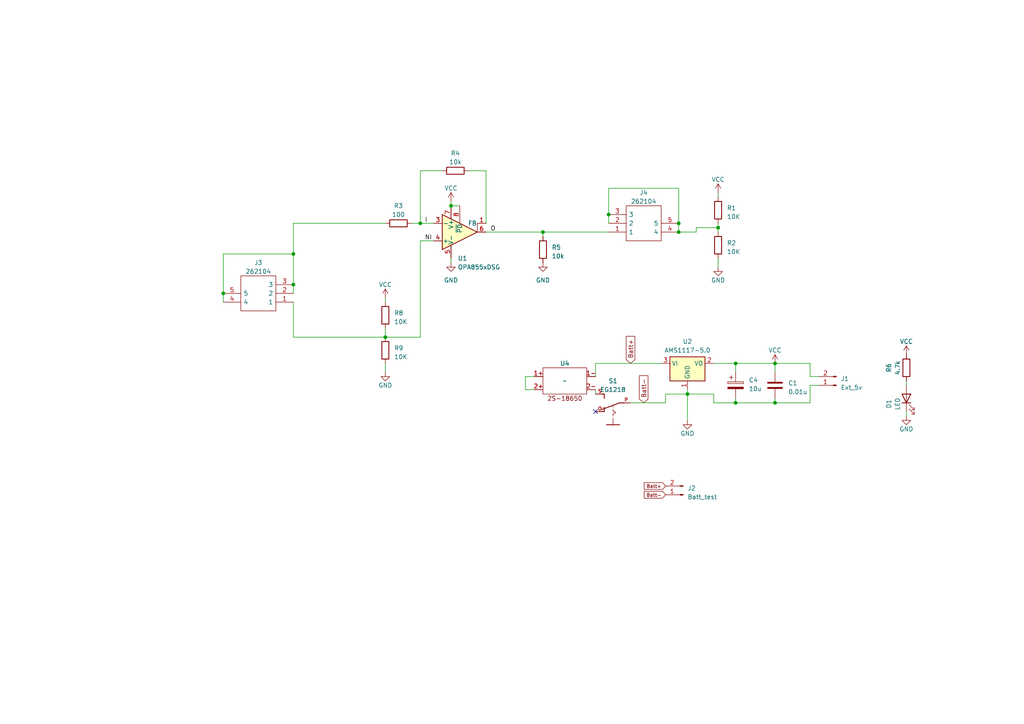
<source format=kicad_sch>
(kicad_sch (version 20230121) (generator eeschema)
  (paper "A4")
  (lib_symbols
    (symbol "2S_18650_Holder_1"
      (property "Reference" "U" (at 5.08 5.08 0))
      (symbol "2S_18650_Holder_1_0_1"
        (rectangle (start -6.35 3.81) (end 6.35 -3.81))
        (text "2S-18650" (at 0 -5.08 0) (effects (font (size 1.27 1.27))))
      )
      (symbol "2S_18650_Holder_1_1_1"
        (pin input line (at -8.89 1.27 0) (length 2.54) (name "") (number "1+"))
        (pin input line (at 8.89 1.27 180) (length 2.54) (name "") (number "1-"))
        (pin input line (at -8.89 -2.54 0) (length 2.54) (name "") (number "2+"))
        (pin input line (at 8.89 -2.54 180) (length 2.54) (name "") (number "2-"))
      )
    )
    (symbol "Amplifier_Operational:OPA855xDSG" (pin_names (offset 0.127))
      (property "Reference" "U" (at 1.27 8.89 0))
      (property "Value" "OPA855xDSG" (at 1.27 6.35 0))
      (symbol "OPA855xDSG_0_0"
        (pin power_in line (at -2.54 7.62 270) (length 3.81) (name "V+") (number "7"))
        (pin input line (at 0 7.62 270) (length 5.08) (name "~{PD}") (number "8"))
        (pin passive line (at -2.54 -7.62 90) (length 3.81) hide (name "V-") (number "9"))
      )
      (symbol "OPA855xDSG_0_1"
        (polyline (pts (xy 5.08 0) (xy 5.08 2.54)) (stroke (width 0.1524)))
        (polyline (pts (xy -5.08 5.08) (xy 5.08 0) (xy -5.08 -5.08) (xy -5.08 5.08)) (stroke (width 0.254)) (fill (type background)))
        (pin no_connect line (at -5.08 -5.08 90) (length 3.81) hide (name "NC") (number "2"))
        (pin output line (at 7.62 0 180) (length 2.54) (name "~") (number "6"))
      )
      (symbol "OPA855xDSG_1_1"
        (pin output line (at 7.62 2.54 180) (length 2.54) (name "FB") (number "1"))
        (pin input line (at -7.62 2.54 0) (length 2.54) (name "-") (number "3"))
        (pin input line (at -7.62 -2.54 0) (length 2.54) (name "+") (number "4"))
        (pin power_in line (at -2.54 -7.62 90) (length 3.81) (name "V-") (number "5"))
      )
    )
    (symbol "Connector:Conn_01x02_Pin" (pin_names (offset 1.016) hide)
      (property "Reference" "J" (at 0 2.54 0))
      (property "Value" "Conn_01x02_Pin" (at 0 -5.08 0))
      (symbol "Conn_01x02_Pin_1_1"
        (polyline (pts (xy 1.27 -2.54) (xy 0.8636 -2.54)) (stroke (width 0.1524)))
        (polyline (pts (xy 1.27 0) (xy 0.8636 0)) (stroke (width 0.1524)))
        (rectangle (start 0.8636 -2.413) (end 0 -2.667) (stroke (width 0.1524)) (fill (type outline)))
        (rectangle (start 0.8636 0.127) (end 0 -0.127) (stroke (width 0.1524)) (fill (type outline)))
        (pin passive line (at 5.08 0 180) (length 3.81) (name "Pin_1") (number "1"))
        (pin passive line (at 5.08 -2.54 180) (length 3.81) (name "Pin_2") (number "2"))
      )
    )
    (symbol "Device:C" (pin_numbers hide) (pin_names (offset 0.254))
      (property "Reference" "C" (at 0.635 2.54 0))
      (property "Value" "C" (at 0.635 -2.54 0))
      (symbol "C_0_1"
        (polyline (pts (xy -2.032 -0.762) (xy 2.032 -0.762)) (stroke (width 0.508)))
        (polyline (pts (xy -2.032 0.762) (xy 2.032 0.762)) (stroke (width 0.508)))
      )
      (symbol "C_1_1"
        (pin passive line (at 0 3.81 270) (length 2.794) (name "~") (number "1"))
        (pin passive line (at 0 -3.81 90) (length 2.794) (name "~") (number "2"))
      )
    )
    (symbol "Device:C_Polarized" (pin_numbers hide) (pin_names (offset 0.254))
      (property "Reference" "C" (at 0.635 2.54 0))
      (property "Value" "C_Polarized" (at 0.635 -2.54 0))
      (symbol "C_Polarized_0_1"
        (rectangle (start -2.286 0.508) (end 2.286 1.016))
        (polyline (pts (xy -1.778 2.286) (xy -0.762 2.286)))
        (polyline (pts (xy -1.27 2.794) (xy -1.27 1.778)))
        (rectangle (start 2.286 -0.508) (end -2.286 -1.016) (fill (type outline)))
      )
      (symbol "C_Polarized_1_1"
        (pin passive line (at 0 3.81 270) (length 2.794) (name "~") (number "1"))
        (pin passive line (at 0 -3.81 90) (length 2.794) (name "~") (number "2"))
      )
    )
    (symbol "Device:LED" (pin_numbers hide) (pin_names (offset 1.016) hide)
      (property "Reference" "D" (at 0 2.54 0))
      (property "Value" "LED" (at 0 -2.54 0))
      (symbol "LED_0_1"
        (polyline (pts (xy -1.27 -1.27) (xy -1.27 1.27)) (stroke (width 0.254)))
        (polyline (pts (xy -1.27 0) (xy 1.27 0)))
        (polyline (pts (xy 1.27 -1.27) (xy 1.27 1.27) (xy -1.27 0) (xy 1.27 -1.27)) (stroke (width 0.254)))
        (polyline (pts (xy -3.048 -0.762) (xy -4.572 -2.286) (xy -3.81 -2.286) (xy -4.572 -2.286) (xy -4.572 -1.524)))
        (polyline (pts (xy -1.778 -0.762) (xy -3.302 -2.286) (xy -2.54 -2.286) (xy -3.302 -2.286) (xy -3.302 -1.524)))
      )
      (symbol "LED_1_1"
        (pin passive line (at -3.81 0 0) (length 2.54) (name "K") (number "1"))
        (pin passive line (at 3.81 0 180) (length 2.54) (name "A") (number "2"))
      )
    )
    (symbol "Device:R" (pin_numbers hide) (pin_names (offset 0))
      (property "Reference" "R" (at 2.032 0 90))
      (property "Value" "R" (at 0 0 90))
      (symbol "R_0_1"
        (rectangle (start -1.016 -2.54) (end 1.016 2.54) (stroke (width 0.254)))
      )
      (symbol "R_1_1"
        (pin passive line (at 0 3.81 270) (length 1.27) (name "~") (number "1"))
        (pin passive line (at 0 -3.81 90) (length 1.27) (name "~") (number "2"))
      )
    )
    (symbol "EG1218:EG1218" (pin_names (offset 1.016))
      (property "Reference" "S" (at -6.35 -1.905 90))
      (property "Value" "EG1218" (at -3.81 3.175 90))
      (symbol "EG1218_0_0"
        (polyline (pts (xy -3.81 0) (xy -3.81 -1.905)) (stroke (width 0.254)))
        (polyline (pts (xy -3.81 0) (xy -1.905 0)) (stroke (width 0.1524)))
        (polyline (pts (xy -3.81 1.905) (xy -3.81 0)) (stroke (width 0.254)))
        (polyline (pts (xy -1.27 0) (xy -0.762 0)) (stroke (width 0.1524)))
        (polyline (pts (xy -0.762 0) (xy -0.254 -0.762)) (stroke (width 0.1524)))
        (polyline (pts (xy -0.254 -0.762) (xy 0.254 0)) (stroke (width 0.1524)))
        (polyline (pts (xy 0 2.54) (xy 0 3.175)) (stroke (width 0.254)))
        (polyline (pts (xy 0 2.54) (xy 1.27 2.54)) (stroke (width 0.254)))
        (polyline (pts (xy 0.254 0) (xy 0.635 0)) (stroke (width 0.1524)))
        (polyline (pts (xy 1.27 0) (xy 1.905 0)) (stroke (width 0.1524)))
        (polyline (pts (xy 2.54 -3.175) (xy 2.54 -1.905)) (stroke (width 0.254)))
        (polyline (pts (xy 2.54 -1.905) (xy 0.635 3.175)) (stroke (width 0.254)))
        (polyline (pts (xy 3.81 2.54) (xy 5.08 2.54)) (stroke (width 0.254)))
        (polyline (pts (xy 5.08 2.54) (xy 5.08 3.175)) (stroke (width 0.254)))
        (pin passive line (at 0 5.08 270) (length 2.54) (name "~") (number "O"))
        (pin passive line (at 2.54 -5.08 90) (length 2.54) (name "~") (number "P"))
        (pin passive line (at 5.08 5.08 270) (length 2.54) (name "~") (number "S"))
      )
    )
    (symbol "J1_J2_J5:262104" (pin_names (offset 0.762))
      (property "Reference" "J" (at 16.51 7.62 0))
      (property "Value" "262104" (at 16.51 5.08 0))
      (symbol "262104_0_0"
        (pin passive line (at 0 0 0) (length 5.08) (name "1") (number "1"))
        (pin passive line (at 0 -2.54 0) (length 5.08) (name "2") (number "2"))
        (pin passive line (at 0 -5.08 0) (length 5.08) (name "3") (number "3"))
        (pin passive line (at 20.32 0 180) (length 5.08) (name "4") (number "4"))
        (pin passive line (at 20.32 -2.54 180) (length 5.08) (name "5") (number "5"))
      )
      (symbol "262104_0_1"
        (polyline (pts (xy 5.08 2.54) (xy 15.24 2.54) (xy 15.24 -7.62) (xy 5.08 -7.62) (xy 5.08 2.54)) (stroke (width 0.1524)))
      )
    )
    (symbol "Regulator_Linear:AMS1117-5.0"
      (property "Reference" "U" (at -3.81 3.175 0))
      (property "Value" "AMS1117-5.0" (at 0 3.175 0))
      (symbol "AMS1117-5.0_0_1"
        (rectangle (start -5.08 -5.08) (end 5.08 1.905) (stroke (width 0.254)) (fill (type background)))
      )
      (symbol "AMS1117-5.0_1_1"
        (pin power_in line (at 0 -7.62 90) (length 2.54) (name "GND") (number "1"))
        (pin power_out line (at 7.62 0 180) (length 2.54) (name "VO") (number "2"))
        (pin power_in line (at -7.62 0 0) (length 2.54) (name "VI") (number "3"))
      )
    )
    (symbol "power:GND" (power) (pin_names (offset 0))
      (property "Value" "GND" (at 0 -3.81 0))
      (symbol "GND_0_1"
        (polyline (pts (xy 0 0) (xy 0 -1.27) (xy 1.27 -1.27) (xy 0 -2.54) (xy -1.27 -1.27) (xy 0 -1.27)))
      )
      (symbol "GND_1_1"
        (pin power_in line (at 0 0 270) (length 0) hide (name "GND") (number "1"))
      )
    )
    (symbol "power:VCC" (power) (pin_names (offset 0))
      (property "Value" "VCC" (at 0 3.81 0))
      (symbol "VCC_0_1"
        (polyline (pts (xy -0.762 1.27) (xy 0 2.54)))
        (polyline (pts (xy 0 0) (xy 0 2.54)))
        (polyline (pts (xy 0 2.54) (xy 0.762 1.27)))
      )
      (symbol "VCC_1_1"
        (pin power_in line (at 0 0 90) (length 0) hide (name "VCC") (number "1"))
      )
    )
  )
  (junction (at 196.85 67.31))
  (junction (at 157.48 67.31))
  (junction (at 224.79 105.41))
  (junction (at 213.36 105.41))
  (junction (at 111.76 97.79))
  (junction (at 130.81 59.69))
  (junction (at 85.09 82.55))
  (junction (at 85.09 73.66))
  (junction (at 199.39 114.3))
  (junction (at 213.36 116.84))
  (junction (at 176.53 62.23))
  (junction (at 208.28 66.04))
  (junction (at 224.79 116.84))
  (junction (at 64.77 85.09))
  (junction (at 121.92 64.77))
  (junction (at 196.85 64.77))
  (no_connect (at 172.72 119.38))
  (wire (pts (xy 224.79 116.84) (xy 224.79 115.57)))
  (wire (pts (xy 157.48 67.31) (xy 176.53 67.31)))
  (wire (pts (xy 213.36 116.84) (xy 224.79 116.84)))
  (wire (pts (xy 140.97 67.31) (xy 157.48 67.31)))
  (wire (pts (xy 199.39 121.92) (xy 199.39 114.3)))
  (wire (pts (xy 207.01 114.3) (xy 199.39 114.3)))
  (wire (pts (xy 208.28 55.88) (xy 208.28 57.15)))
  (wire (pts (xy 213.36 116.84) (xy 207.01 116.84)))
  (wire (pts (xy 234.95 105.41) (xy 224.79 105.41)))
  (wire (pts (xy 121.92 69.85) (xy 125.73 69.85)))
  (wire (pts (xy 111.76 95.25) (xy 111.76 97.79)))
  (wire (pts (xy 85.09 97.79) (xy 111.76 97.79)))
  (wire (pts (xy 172.72 105.41) (xy 172.72 109.22)))
  (wire (pts (xy 140.97 49.53) (xy 140.97 64.77)))
  (wire (pts (xy 121.92 69.85) (xy 121.92 97.79)))
  (wire (pts (xy 182.88 116.84) (xy 193.04 116.84)))
  (wire (pts (xy 130.81 58.42) (xy 130.81 59.69)))
  (wire (pts (xy 199.39 114.3) (xy 199.39 113.03)))
  (wire (pts (xy 64.77 85.09) (xy 64.77 73.66)))
  (wire (pts (xy 213.36 105.41) (xy 224.79 105.41)))
  (wire (pts (xy 152.4 113.03) (xy 154.94 113.03)))
  (wire (pts (xy 234.95 111.76) (xy 234.95 116.84)))
  (wire (pts (xy 213.36 107.95) (xy 213.36 105.41)))
  (wire (pts (xy 262.89 111.76) (xy 262.89 110.49)))
  (wire (pts (xy 234.95 109.22) (xy 234.95 105.41)))
  (wire (pts (xy 121.92 49.53) (xy 121.92 64.77)))
  (wire (pts (xy 152.4 109.22) (xy 152.4 113.03)))
  (wire (pts (xy 64.77 73.66) (xy 85.09 73.66)))
  (wire (pts (xy 193.04 114.3) (xy 199.39 114.3)))
  (wire (pts (xy 130.81 59.69) (xy 133.35 59.69)))
  (wire (pts (xy 196.85 54.61) (xy 196.85 64.77)))
  (wire (pts (xy 172.72 113.03) (xy 172.72 114.3)))
  (wire (pts (xy 237.49 109.22) (xy 234.95 109.22)))
  (wire (pts (xy 85.09 73.66) (xy 85.09 82.55)))
  (wire (pts (xy 157.48 68.58) (xy 157.48 67.31)))
  (wire (pts (xy 85.09 82.55) (xy 85.09 85.09)))
  (wire (pts (xy 224.79 105.41) (xy 224.79 107.95)))
  (wire (pts (xy 213.36 115.57) (xy 213.36 116.84)))
  (wire (pts (xy 196.85 67.31) (xy 201.93 67.31)))
  (wire (pts (xy 176.53 54.61) (xy 196.85 54.61)))
  (wire (pts (xy 128.27 49.53) (xy 121.92 49.53)))
  (wire (pts (xy 207.01 105.41) (xy 213.36 105.41)))
  (wire (pts (xy 208.28 66.04) (xy 208.28 67.31)))
  (wire (pts (xy 130.81 74.93) (xy 130.81 76.2)))
  (wire (pts (xy 121.92 64.77) (xy 125.73 64.77)))
  (wire (pts (xy 207.01 116.84) (xy 207.01 114.3)))
  (wire (pts (xy 201.93 66.04) (xy 208.28 66.04)))
  (wire (pts (xy 121.92 97.79) (xy 111.76 97.79)))
  (wire (pts (xy 111.76 107.95) (xy 111.76 105.41)))
  (wire (pts (xy 176.53 62.23) (xy 176.53 54.61)))
  (wire (pts (xy 201.93 67.31) (xy 201.93 66.04)))
  (wire (pts (xy 208.28 64.77) (xy 208.28 66.04)))
  (wire (pts (xy 193.04 116.84) (xy 193.04 114.3)))
  (wire (pts (xy 208.28 77.47) (xy 208.28 74.93)))
  (wire (pts (xy 85.09 87.63) (xy 85.09 97.79)))
  (wire (pts (xy 176.53 62.23) (xy 176.53 64.77)))
  (wire (pts (xy 111.76 64.77) (xy 85.09 64.77)))
  (wire (pts (xy 135.89 49.53) (xy 140.97 49.53)))
  (wire (pts (xy 191.77 105.41) (xy 172.72 105.41)))
  (wire (pts (xy 234.95 116.84) (xy 224.79 116.84)))
  (wire (pts (xy 111.76 86.36) (xy 111.76 87.63)))
  (wire (pts (xy 262.89 120.65) (xy 262.89 119.38)))
  (wire (pts (xy 237.49 111.76) (xy 234.95 111.76)))
  (wire (pts (xy 196.85 64.77) (xy 196.85 67.31)))
  (wire (pts (xy 119.38 64.77) (xy 121.92 64.77)))
  (wire (pts (xy 85.09 64.77) (xy 85.09 73.66)))
  (wire (pts (xy 64.77 85.09) (xy 64.77 87.63)))
  (wire (pts (xy 152.4 109.22) (xy 154.94 109.22)))
  (label "NI" (at 123.19 69.85 0))
  (label "O" (at 142.24 67.31 0))
  (label "I" (at 123.19 64.77 0))
  (global_label "Batt-" (shape input) (at 193.04 143.51 180) (effects (font (size 1 1))) (property "Intersheetrefs" "${INTERSHEET_REFS}" (effects hide)))
  (global_label "Batt+" (shape input) (at 182.88 105.41 90) (property "Intersheetrefs" "${INTERSHEET_REFS}" (effects hide)))
  (global_label "Batt-" (shape input) (at 186.69 116.84 90) (property "Intersheetrefs" "${INTERSHEET_REFS}" (effects hide)))
  (global_label "Batt+" (shape input) (at 193.04 140.97 180) (effects (font (size 1 1))) (property "Intersheetrefs" "${INTERSHEET_REFS}" (effects hide)))
  (symbol (lib_id "power:GND") (at 111.76 107.95 0) (unit 1)
    (property "Reference" "#PWR08" (effects hide))
    (property "Value" "GND" (at 111.76 111.76 0))
  )
  (symbol (lib_id "power:VCC") (at 262.89 102.87 0) (unit 1)
    (property "Reference" "#PWR04" (effects hide))
    (property "Value" "VCC" (at 262.89 99.06 0))
  )
  (symbol (lib_id "Device:R") (at 132.08 49.53 90) (unit 1)
    (property "Reference" "R4" (at 132.08 44.45 90))
    (property "Value" "10k" (at 132.08 46.99 90))
    (property "Footprint" "Resistor_SMD:R_0805_2012Metric" (effects hide))
  )
  (symbol (lib_id "J1_J2_J5:262104") (at 176.53 67.31 0) (mirror x) (unit 1)
    (property "Reference" "J4" (at 186.69 55.88 0))
    (property "Value" "262104" (at 186.69 58.42 0))
    (property "Footprint" "MMCX-J-P-H-ST-TH1:MMCXJPHSTTH1" (effects hide))
    (property "Datasheet" "https://s3-us-west-2.amazonaws.com/catsy.582/262104.pdf" (effects hide))
    (property "Description" "RF / Coaxial Connector, MMCX Coaxial, Straight Jack, Through Hole Vertical, 50 ohm" (effects hide))
    (property "Height" "4.7" (effects hide))
    (property "Mouser Part Number" "523-262104" (effects hide))
    (property "Mouser Price/Stock" "https://www.mouser.co.uk/ProductDetail/Amphenol-RF/262104?qs=mkvzZYCyQVgr1yFQCRZgeA%3D%3D" (effects hide))
    (property "Manufacturer_Name" "Amphenol" (effects hide))
    (property "Manufacturer_Part_Number" "262104" (effects hide))
  )
  (symbol (lib_id "Device:R") (at 157.48 72.39 180) (unit 1)
    (property "Reference" "R5" (at 160.02 71.755 0) (effects (justify right)))
    (property "Value" "10k" (at 160.02 74.295 0) (effects (justify right)))
    (property "Footprint" "Resistor_SMD:R_0805_2012Metric" (effects hide))
  )
  (symbol (lib_id "power:GND") (at 130.81 76.2 0) (unit 1)
    (property "Reference" "#PWR06" (effects hide))
    (property "Value" "GND" (at 130.81 81.28 0))
  )
  (symbol (lib_id "power:GND") (at 262.89 120.65 0) (unit 1)
    (property "Reference" "#PWR03" (effects hide))
    (property "Value" "GND" (at 262.89 124.46 0))
  )
  (symbol (lib_id "power:GND") (at 157.48 76.2 0) (unit 1)
    (property "Reference" "#PWR011" (effects hide))
    (property "Value" "GND" (at 157.48 81.28 0))
  )
  (symbol (lib_id "J1_J2_J5:262104") (at 85.09 87.63 180) (unit 1)
    (property "Reference" "J3" (at 74.93 76.2 0))
    (property "Value" "262104" (at 74.93 78.74 0))
    (property "Footprint" "MMCX-J-P-H-ST-TH1:MMCXJPHSTTH1" (effects hide))
    (property "Datasheet" "https://s3-us-west-2.amazonaws.com/catsy.582/262104.pdf" (effects hide))
    (property "Description" "RF / Coaxial Connector, MMCX Coaxial, Straight Jack, Through Hole Vertical, 50 ohm" (effects hide))
    (property "Height" "4.7" (effects hide))
    (property "Mouser Part Number" "523-262104" (effects hide))
    (property "Mouser Price/Stock" "https://www.mouser.co.uk/ProductDetail/Amphenol-RF/262104?qs=mkvzZYCyQVgr1yFQCRZgeA%3D%3D" (effects hide))
    (property "Manufacturer_Name" "Amphenol" (effects hide))
    (property "Manufacturer_Part_Number" "262104" (effects hide))
  )
  (symbol (lib_id "Connector:Conn_01x02_Pin") (at 198.12 143.51 180) (unit 1)
    (property "Reference" "J2" (at 199.39 141.605 0) (effects (justify right)))
    (property "Value" "Batt_test" (at 199.39 144.145 0) (effects (justify right)))
    (property "Footprint" "Connector_PinHeader_2.54mm:PinHeader_1x02_P2.54mm_Vertical" (effects hide))
  )
  (symbol (lib_id "Device:R") (at 111.76 91.44 180) (unit 1)
    (property "Reference" "R8" (at 114.3 90.805 0) (effects (justify right)))
    (property "Value" "10K" (at 114.3 93.345 0) (effects (justify right)))
    (property "Footprint" "Resistor_SMD:R_0805_2012Metric" (effects hide))
  )
  (symbol (lib_id "Device:C_Polarized") (at 213.36 111.76 0) (unit 1)
    (property "Reference" "C4" (at 217.17 110.236 0) (effects (justify left)))
    (property "Value" "10u" (at 217.17 112.776 0) (effects (justify left)))
    (property "Footprint" "Capacitor_SMD:CP_Elec_5x5.3" (effects hide))
  )
  (symbol (lib_id "Device:R") (at 262.89 106.68 180) (unit 1)
    (property "Reference" "R6" (at 257.81 106.68 90))
    (property "Value" "4.7k" (at 260.35 106.68 90))
    (property "Footprint" "Resistor_SMD:R_0805_2012Metric" (effects hide))
  )
  (symbol (lib_id "Device:R") (at 115.57 64.77 90) (unit 1)
    (property "Reference" "R3" (at 115.57 59.69 90))
    (property "Value" "100" (at 115.57 62.23 90))
    (property "Footprint" "Resistor_SMD:R_0805_2012Metric" (effects hide))
  )
  (symbol (lib_id "Amplifier_Operational:OPA855xDSG") (at 133.35 67.31 0) (unit 1)
    (property "Reference" "U1" (at 132.7659 74.93 0) (effects (justify left)))
    (property "Value" "OPA855xDSG" (at 132.7659 77.47 0) (effects (justify left)))
    (property "Footprint" "Package_SON:WSON-8-1EP_2x2mm_P0.5mm_EP0.9x1.6mm" (effects hide))
    (property "Datasheet" "http://www.ti.com/lit/ds/symlink/opa855.pdf" (effects hide))
  )
  (symbol (lib_id "Device:LED") (at 262.89 115.57 90) (unit 1)
    (property "Reference" "D1" (at 257.81 117.1575 0))
    (property "Value" "LED" (at 260.35 117.1575 0))
    (property "Footprint" "LED_SMD:LED_0805_2012Metric" (effects hide))
  )
  (symbol (lib_id "power:VCC") (at 130.81 58.42 0) (unit 1)
    (property "Reference" "#PWR05" (effects hide))
    (property "Value" "VCC" (at 130.81 54.61 0))
  )
  (symbol (lib_id "Device:R") (at 208.28 71.12 180) (unit 1)
    (property "Reference" "R2" (at 210.82 70.485 0) (effects (justify right)))
    (property "Value" "10K" (at 210.82 73.025 0) (effects (justify right)))
    (property "Footprint" "Resistor_SMD:R_0805_2012Metric" (effects hide))
  )
  (symbol (lib_id "power:VCC") (at 224.79 105.41 0) (unit 1)
    (property "Reference" "#PWR013" (effects hide))
    (property "Value" "VCC" (at 224.79 101.6 0))
  )
  (symbol (lib_id "power:VCC") (at 111.76 86.36 0) (unit 1)
    (property "Reference" "#PWR09" (effects hide))
    (property "Value" "VCC" (at 111.76 82.55 0))
  )
  (symbol (lib_id "Device:R") (at 111.76 101.6 180) (unit 1)
    (property "Reference" "R9" (at 114.3 100.965 0) (effects (justify right)))
    (property "Value" "10K" (at 114.3 103.505 0) (effects (justify right)))
    (property "Footprint" "Resistor_SMD:R_0805_2012Metric" (effects hide))
  )
  (symbol (lib_id "Connector:Conn_01x02_Pin") (at 242.57 111.76 180) (unit 1)
    (property "Reference" "J1" (at 243.84 109.855 0) (effects (justify right)))
    (property "Value" "Ext_5v" (at 243.84 112.395 0) (effects (justify right)))
    (property "Footprint" "TerminalBlock_Phoenix:TerminalBlock_Phoenix_MKDS-1,5-2_1x02_P5.00mm_Horizontal" (effects hide))
  )
  (symbol (lib_id "Device:R") (at 208.28 60.96 180) (unit 1)
    (property "Reference" "R1" (at 210.82 60.325 0) (effects (justify right)))
    (property "Value" "10K" (at 210.82 62.865 0) (effects (justify right)))
    (property "Footprint" "Resistor_SMD:R_0805_2012Metric" (effects hide))
  )
  (symbol (lib_name "2S_18650_Holder_1") (lib_id "Battery holder:2S_18650_Holder") (at 163.83 110.49 0) (unit 1)
    (property "Reference" "U4" (at 163.83 105.41 0))
    (property "Value" "~" (at 163.83 110.49 0))
    (property "Footprint" "2S-18650-Holder:BAT_BK-18650-PC4" (effects hide))
  )
  (symbol (lib_id "power:GND") (at 199.39 121.92 0) (unit 1)
    (property "Reference" "#PWR012" (effects hide))
    (property "Value" "GND" (at 199.39 125.73 0))
  )
  (symbol (lib_id "power:GND") (at 208.28 77.47 0) (unit 1)
    (property "Reference" "#PWR02" (effects hide))
    (property "Value" "GND" (at 208.28 81.28 0))
  )
  (symbol (lib_id "Regulator_Linear:AMS1117-5.0") (at 199.39 105.41 0) (unit 1)
    (property "Reference" "U2" (at 199.39 99.06 0))
    (property "Value" "AMS1117-5.0" (at 199.39 101.6 0))
    (property "Footprint" "Package_TO_SOT_SMD:TO-252-3_TabPin2" (effects hide))
    (property "Datasheet" "http://www.advanced-monolithic.com/pdf/ds1117.pdf" (effects hide))
  )
  (symbol (lib_id "Device:C") (at 224.79 111.76 0) (unit 1)
    (property "Reference" "C1" (at 228.6 111.125 0) (effects (justify left)))
    (property "Value" "0.01u" (at 228.6 113.665 0) (effects (justify left)))
    (property "Footprint" "Capacitor_SMD:C_0805_2012Metric" (effects hide))
  )
  (symbol (lib_id "power:VCC") (at 208.28 55.88 0) (unit 1)
    (property "Reference" "#PWR01" (effects hide))
    (property "Value" "VCC" (at 208.28 52.07 0))
  )
  (symbol (lib_id "EG1218:EG1218") (at 177.8 119.38 90) (unit 1)
    (property "Reference" "S1" (at 177.8 110.49 90))
    (property "Value" "EG1218" (at 177.8 113.03 90))
    (property "Footprint" "EG1218:EG1218" (effects hide))
  )
)
</source>
